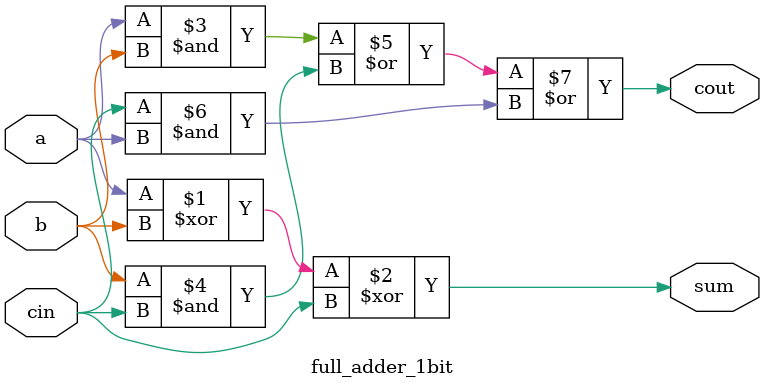
<source format=v>
module full_adder_1bit(
	input a, b, cin,
	output sum, cout
);
	assign sum = a ^ b ^ cin;
	assign cout = (a & b) | (b & cin) | (cin & a);
endmodule

</source>
